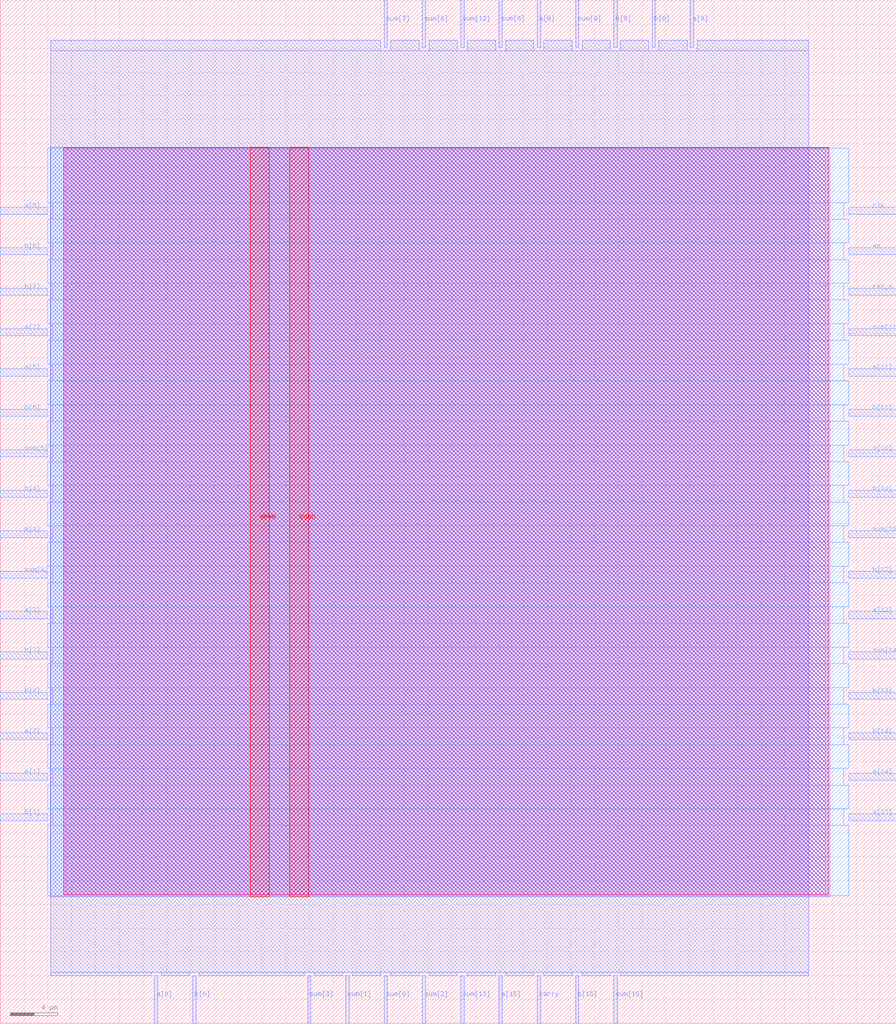
<source format=lef>
VERSION 5.7 ;
  NOWIREEXTENSIONATPIN ON ;
  DIVIDERCHAR "/" ;
  BUSBITCHARS "[]" ;
MACRO adder16
  CLASS BLOCK ;
  FOREIGN adder16 ;
  ORIGIN 0.000 0.000 ;
  SIZE 75.370 BY 86.090 ;
  PIN VGND
    DIRECTION INOUT ;
    USE GROUND ;
    PORT
      LAYER met4 ;
        RECT 24.340 10.640 25.940 73.680 ;
    END
  END VGND
  PIN VPWR
    DIRECTION INOUT ;
    USE POWER ;
    PORT
      LAYER met4 ;
        RECT 21.040 10.640 22.640 73.680 ;
    END
  END VPWR
  PIN a[0]
    DIRECTION INPUT ;
    USE SIGNAL ;
    ANTENNAGATEAREA 0.159000 ;
    PORT
      LAYER met2 ;
        RECT 12.970 0.000 13.250 4.000 ;
    END
  END a[0]
  PIN a[10]
    DIRECTION INPUT ;
    USE SIGNAL ;
    ANTENNAGATEAREA 0.196500 ;
    PORT
      LAYER met3 ;
        RECT 71.370 47.640 75.370 48.240 ;
    END
  END a[10]
  PIN a[11]
    DIRECTION INPUT ;
    USE SIGNAL ;
    ANTENNAGATEAREA 0.196500 ;
    PORT
      LAYER met3 ;
        RECT 71.370 54.440 75.370 55.040 ;
    END
  END a[11]
  PIN a[12]
    DIRECTION INPUT ;
    USE SIGNAL ;
    ANTENNAGATEAREA 0.196500 ;
    PORT
      LAYER met3 ;
        RECT 71.370 34.040 75.370 34.640 ;
    END
  END a[12]
  PIN a[13]
    DIRECTION INPUT ;
    USE SIGNAL ;
    ANTENNAGATEAREA 0.126000 ;
    PORT
      LAYER met3 ;
        RECT 71.370 17.040 75.370 17.640 ;
    END
  END a[13]
  PIN a[14]
    DIRECTION INPUT ;
    USE SIGNAL ;
    ANTENNAGATEAREA 0.196500 ;
    PORT
      LAYER met3 ;
        RECT 71.370 20.440 75.370 21.040 ;
    END
  END a[14]
  PIN a[15]
    DIRECTION INPUT ;
    USE SIGNAL ;
    ANTENNAGATEAREA 0.196500 ;
    PORT
      LAYER met2 ;
        RECT 41.950 0.000 42.230 4.000 ;
    END
  END a[15]
  PIN a[1]
    DIRECTION INPUT ;
    USE SIGNAL ;
    ANTENNAGATEAREA 0.247500 ;
    PORT
      LAYER met3 ;
        RECT 0.000 20.440 4.000 21.040 ;
    END
  END a[1]
  PIN a[2]
    DIRECTION INPUT ;
    USE SIGNAL ;
    ANTENNAGATEAREA 0.196500 ;
    PORT
      LAYER met3 ;
        RECT 0.000 23.840 4.000 24.440 ;
    END
  END a[2]
  PIN a[3]
    DIRECTION INPUT ;
    USE SIGNAL ;
    ANTENNAGATEAREA 0.196500 ;
    PORT
      LAYER met3 ;
        RECT 0.000 34.040 4.000 34.640 ;
    END
  END a[3]
  PIN a[4]
    DIRECTION INPUT ;
    USE SIGNAL ;
    ANTENNAGATEAREA 0.196500 ;
    PORT
      LAYER met3 ;
        RECT 0.000 40.840 4.000 41.440 ;
    END
  END a[4]
  PIN a[5]
    DIRECTION INPUT ;
    USE SIGNAL ;
    ANTENNAGATEAREA 0.196500 ;
    PORT
      LAYER met3 ;
        RECT 0.000 54.440 4.000 55.040 ;
    END
  END a[5]
  PIN a[6]
    DIRECTION INPUT ;
    USE SIGNAL ;
    ANTENNAGATEAREA 0.196500 ;
    PORT
      LAYER met3 ;
        RECT 0.000 68.040 4.000 68.640 ;
    END
  END a[6]
  PIN a[7]
    DIRECTION INPUT ;
    USE SIGNAL ;
    ANTENNAGATEAREA 0.196500 ;
    PORT
      LAYER met3 ;
        RECT 0.000 57.840 4.000 58.440 ;
    END
  END a[7]
  PIN a[8]
    DIRECTION INPUT ;
    USE SIGNAL ;
    ANTENNAGATEAREA 0.196500 ;
    PORT
      LAYER met2 ;
        RECT 45.170 82.090 45.450 86.090 ;
    END
  END a[8]
  PIN a[9]
    DIRECTION INPUT ;
    USE SIGNAL ;
    ANTENNAGATEAREA 0.126000 ;
    PORT
      LAYER met2 ;
        RECT 58.050 82.090 58.330 86.090 ;
    END
  END a[9]
  PIN b[0]
    DIRECTION INPUT ;
    USE SIGNAL ;
    ANTENNAGATEAREA 0.159000 ;
    PORT
      LAYER met2 ;
        RECT 16.190 0.000 16.470 4.000 ;
    END
  END b[0]
  PIN b[10]
    DIRECTION INPUT ;
    USE SIGNAL ;
    ANTENNAGATEAREA 0.196500 ;
    PORT
      LAYER met3 ;
        RECT 71.370 44.240 75.370 44.840 ;
    END
  END b[10]
  PIN b[11]
    DIRECTION INPUT ;
    USE SIGNAL ;
    ANTENNAGATEAREA 0.196500 ;
    PORT
      LAYER met3 ;
        RECT 71.370 51.040 75.370 51.640 ;
    END
  END b[11]
  PIN b[12]
    DIRECTION INPUT ;
    USE SIGNAL ;
    ANTENNAGATEAREA 0.196500 ;
    PORT
      LAYER met3 ;
        RECT 71.370 37.440 75.370 38.040 ;
    END
  END b[12]
  PIN b[13]
    DIRECTION INPUT ;
    USE SIGNAL ;
    ANTENNAGATEAREA 0.196500 ;
    PORT
      LAYER met3 ;
        RECT 71.370 27.240 75.370 27.840 ;
    END
  END b[13]
  PIN b[14]
    DIRECTION INPUT ;
    USE SIGNAL ;
    ANTENNAGATEAREA 0.196500 ;
    PORT
      LAYER met3 ;
        RECT 71.370 23.840 75.370 24.440 ;
    END
  END b[14]
  PIN b[15]
    DIRECTION INPUT ;
    USE SIGNAL ;
    ANTENNAGATEAREA 0.196500 ;
    PORT
      LAYER met2 ;
        RECT 48.390 0.000 48.670 4.000 ;
    END
  END b[15]
  PIN b[1]
    DIRECTION INPUT ;
    USE SIGNAL ;
    ANTENNAGATEAREA 0.247500 ;
    PORT
      LAYER met3 ;
        RECT 0.000 17.040 4.000 17.640 ;
    END
  END b[1]
  PIN b[2]
    DIRECTION INPUT ;
    USE SIGNAL ;
    ANTENNAGATEAREA 0.196500 ;
    PORT
      LAYER met3 ;
        RECT 0.000 27.240 4.000 27.840 ;
    END
  END b[2]
  PIN b[3]
    DIRECTION INPUT ;
    USE SIGNAL ;
    ANTENNAGATEAREA 0.196500 ;
    PORT
      LAYER met3 ;
        RECT 0.000 30.640 4.000 31.240 ;
    END
  END b[3]
  PIN b[4]
    DIRECTION INPUT ;
    USE SIGNAL ;
    ANTENNAGATEAREA 0.196500 ;
    PORT
      LAYER met3 ;
        RECT 0.000 44.240 4.000 44.840 ;
    END
  END b[4]
  PIN b[5]
    DIRECTION INPUT ;
    USE SIGNAL ;
    ANTENNAGATEAREA 0.196500 ;
    PORT
      LAYER met3 ;
        RECT 0.000 51.040 4.000 51.640 ;
    END
  END b[5]
  PIN b[6]
    DIRECTION INPUT ;
    USE SIGNAL ;
    ANTENNAGATEAREA 0.196500 ;
    PORT
      LAYER met3 ;
        RECT 0.000 64.640 4.000 65.240 ;
    END
  END b[6]
  PIN b[7]
    DIRECTION INPUT ;
    USE SIGNAL ;
    ANTENNAGATEAREA 0.196500 ;
    PORT
      LAYER met3 ;
        RECT 0.000 61.240 4.000 61.840 ;
    END
  END b[7]
  PIN b[8]
    DIRECTION INPUT ;
    USE SIGNAL ;
    ANTENNAGATEAREA 0.196500 ;
    PORT
      LAYER met2 ;
        RECT 54.830 82.090 55.110 86.090 ;
    END
  END b[8]
  PIN b[9]
    DIRECTION INPUT ;
    USE SIGNAL ;
    ANTENNAGATEAREA 0.196500 ;
    PORT
      LAYER met2 ;
        RECT 51.610 82.090 51.890 86.090 ;
    END
  END b[9]
  PIN carry
    DIRECTION OUTPUT ;
    USE SIGNAL ;
    ANTENNADIFFAREA 0.340600 ;
    PORT
      LAYER met2 ;
        RECT 45.170 0.000 45.450 4.000 ;
    END
  END carry
  PIN clk
    DIRECTION INPUT ;
    USE SIGNAL ;
    ANTENNAGATEAREA 0.852000 ;
    PORT
      LAYER met3 ;
        RECT 71.370 68.040 75.370 68.640 ;
    END
  END clk
  PIN en
    DIRECTION INPUT ;
    USE SIGNAL ;
    ANTENNAGATEAREA 0.247500 ;
    PORT
      LAYER met3 ;
        RECT 71.370 64.640 75.370 65.240 ;
    END
  END en
  PIN rst_n
    DIRECTION INPUT ;
    USE SIGNAL ;
    ANTENNAGATEAREA 0.426000 ;
    PORT
      LAYER met3 ;
        RECT 71.370 61.240 75.370 61.840 ;
    END
  END rst_n
  PIN sum[0]
    DIRECTION OUTPUT ;
    USE SIGNAL ;
    ANTENNADIFFAREA 0.340600 ;
    PORT
      LAYER met2 ;
        RECT 32.290 0.000 32.570 4.000 ;
    END
  END sum[0]
  PIN sum[10]
    DIRECTION OUTPUT ;
    USE SIGNAL ;
    ANTENNADIFFAREA 0.340600 ;
    PORT
      LAYER met3 ;
        RECT 71.370 40.840 75.370 41.440 ;
    END
  END sum[10]
  PIN sum[11]
    DIRECTION OUTPUT ;
    USE SIGNAL ;
    ANTENNADIFFAREA 0.340600 ;
    PORT
      LAYER met3 ;
        RECT 71.370 57.840 75.370 58.440 ;
    END
  END sum[11]
  PIN sum[12]
    DIRECTION OUTPUT ;
    USE SIGNAL ;
    ANTENNADIFFAREA 0.340600 ;
    PORT
      LAYER met2 ;
        RECT 38.730 82.090 39.010 86.090 ;
    END
  END sum[12]
  PIN sum[13]
    DIRECTION OUTPUT ;
    USE SIGNAL ;
    ANTENNADIFFAREA 0.340600 ;
    PORT
      LAYER met2 ;
        RECT 38.730 0.000 39.010 4.000 ;
    END
  END sum[13]
  PIN sum[14]
    DIRECTION OUTPUT ;
    USE SIGNAL ;
    ANTENNADIFFAREA 0.340600 ;
    PORT
      LAYER met3 ;
        RECT 71.370 30.640 75.370 31.240 ;
    END
  END sum[14]
  PIN sum[15]
    DIRECTION OUTPUT ;
    USE SIGNAL ;
    ANTENNADIFFAREA 0.340600 ;
    PORT
      LAYER met2 ;
        RECT 51.610 0.000 51.890 4.000 ;
    END
  END sum[15]
  PIN sum[1]
    DIRECTION OUTPUT ;
    USE SIGNAL ;
    ANTENNADIFFAREA 0.340600 ;
    PORT
      LAYER met2 ;
        RECT 29.070 0.000 29.350 4.000 ;
    END
  END sum[1]
  PIN sum[2]
    DIRECTION OUTPUT ;
    USE SIGNAL ;
    ANTENNADIFFAREA 0.340600 ;
    PORT
      LAYER met2 ;
        RECT 35.510 0.000 35.790 4.000 ;
    END
  END sum[2]
  PIN sum[3]
    DIRECTION OUTPUT ;
    USE SIGNAL ;
    ANTENNADIFFAREA 0.340600 ;
    PORT
      LAYER met2 ;
        RECT 25.850 0.000 26.130 4.000 ;
    END
  END sum[3]
  PIN sum[4]
    DIRECTION OUTPUT ;
    USE SIGNAL ;
    ANTENNADIFFAREA 0.340600 ;
    PORT
      LAYER met3 ;
        RECT 0.000 37.440 4.000 38.040 ;
    END
  END sum[4]
  PIN sum[5]
    DIRECTION OUTPUT ;
    USE SIGNAL ;
    ANTENNADIFFAREA 0.340600 ;
    PORT
      LAYER met3 ;
        RECT 0.000 47.640 4.000 48.240 ;
    END
  END sum[5]
  PIN sum[6]
    DIRECTION OUTPUT ;
    USE SIGNAL ;
    ANTENNADIFFAREA 0.340600 ;
    PORT
      LAYER met2 ;
        RECT 35.510 82.090 35.790 86.090 ;
    END
  END sum[6]
  PIN sum[7]
    DIRECTION OUTPUT ;
    USE SIGNAL ;
    ANTENNADIFFAREA 0.340600 ;
    PORT
      LAYER met2 ;
        RECT 32.290 82.090 32.570 86.090 ;
    END
  END sum[7]
  PIN sum[8]
    DIRECTION OUTPUT ;
    USE SIGNAL ;
    ANTENNADIFFAREA 0.340600 ;
    PORT
      LAYER met2 ;
        RECT 41.950 82.090 42.230 86.090 ;
    END
  END sum[8]
  PIN sum[9]
    DIRECTION OUTPUT ;
    USE SIGNAL ;
    ANTENNADIFFAREA 0.340600 ;
    PORT
      LAYER met2 ;
        RECT 48.390 82.090 48.670 86.090 ;
    END
  END sum[9]
  OBS
      LAYER nwell ;
        RECT 5.330 10.795 69.650 73.630 ;
      LAYER li1 ;
        RECT 5.520 10.795 69.460 73.525 ;
      LAYER met1 ;
        RECT 4.210 10.640 69.760 73.680 ;
      LAYER met2 ;
        RECT 4.230 81.810 32.010 82.690 ;
        RECT 32.850 81.810 35.230 82.690 ;
        RECT 36.070 81.810 38.450 82.690 ;
        RECT 39.290 81.810 41.670 82.690 ;
        RECT 42.510 81.810 44.890 82.690 ;
        RECT 45.730 81.810 48.110 82.690 ;
        RECT 48.950 81.810 51.330 82.690 ;
        RECT 52.170 81.810 54.550 82.690 ;
        RECT 55.390 81.810 57.770 82.690 ;
        RECT 58.610 81.810 67.990 82.690 ;
        RECT 4.230 4.280 67.990 81.810 ;
        RECT 4.230 4.000 12.690 4.280 ;
        RECT 13.530 4.000 15.910 4.280 ;
        RECT 16.750 4.000 25.570 4.280 ;
        RECT 26.410 4.000 28.790 4.280 ;
        RECT 29.630 4.000 32.010 4.280 ;
        RECT 32.850 4.000 35.230 4.280 ;
        RECT 36.070 4.000 38.450 4.280 ;
        RECT 39.290 4.000 41.670 4.280 ;
        RECT 42.510 4.000 44.890 4.280 ;
        RECT 45.730 4.000 48.110 4.280 ;
        RECT 48.950 4.000 51.330 4.280 ;
        RECT 52.170 4.000 67.990 4.280 ;
      LAYER met3 ;
        RECT 3.990 69.040 71.370 73.605 ;
        RECT 4.400 67.640 70.970 69.040 ;
        RECT 3.990 65.640 71.370 67.640 ;
        RECT 4.400 64.240 70.970 65.640 ;
        RECT 3.990 62.240 71.370 64.240 ;
        RECT 4.400 60.840 70.970 62.240 ;
        RECT 3.990 58.840 71.370 60.840 ;
        RECT 4.400 57.440 70.970 58.840 ;
        RECT 3.990 55.440 71.370 57.440 ;
        RECT 4.400 54.040 70.970 55.440 ;
        RECT 3.990 52.040 71.370 54.040 ;
        RECT 4.400 50.640 70.970 52.040 ;
        RECT 3.990 48.640 71.370 50.640 ;
        RECT 4.400 47.240 70.970 48.640 ;
        RECT 3.990 45.240 71.370 47.240 ;
        RECT 4.400 43.840 70.970 45.240 ;
        RECT 3.990 41.840 71.370 43.840 ;
        RECT 4.400 40.440 70.970 41.840 ;
        RECT 3.990 38.440 71.370 40.440 ;
        RECT 4.400 37.040 70.970 38.440 ;
        RECT 3.990 35.040 71.370 37.040 ;
        RECT 4.400 33.640 70.970 35.040 ;
        RECT 3.990 31.640 71.370 33.640 ;
        RECT 4.400 30.240 70.970 31.640 ;
        RECT 3.990 28.240 71.370 30.240 ;
        RECT 4.400 26.840 70.970 28.240 ;
        RECT 3.990 24.840 71.370 26.840 ;
        RECT 4.400 23.440 70.970 24.840 ;
        RECT 3.990 21.440 71.370 23.440 ;
        RECT 4.400 20.040 70.970 21.440 ;
        RECT 3.990 18.040 71.370 20.040 ;
        RECT 4.400 16.640 70.970 18.040 ;
        RECT 3.990 10.715 71.370 16.640 ;
  END
END adder16
END LIBRARY


</source>
